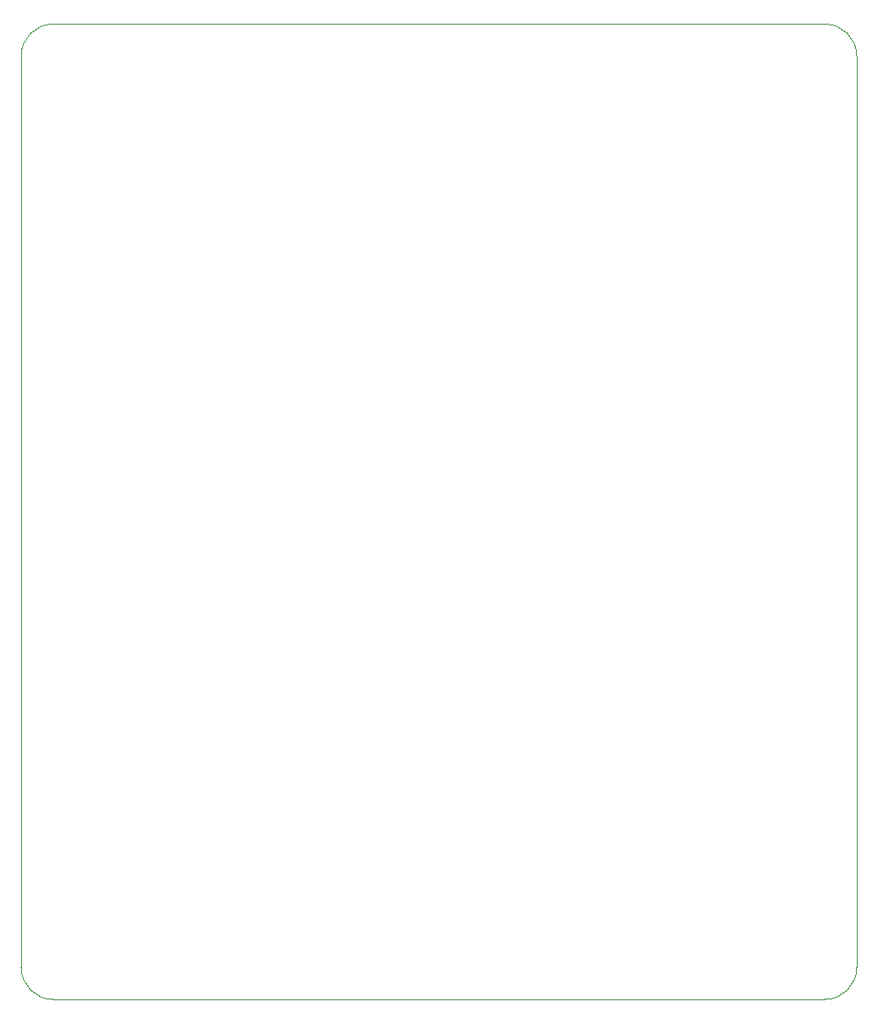
<source format=gm1>
G04 #@! TF.GenerationSoftware,KiCad,Pcbnew,7.0.11*
G04 #@! TF.CreationDate,2024-09-20T17:57:02+02:00*
G04 #@! TF.ProjectId,macropad,6d616372-6f70-4616-942e-6b696361645f,rev?*
G04 #@! TF.SameCoordinates,Original*
G04 #@! TF.FileFunction,Profile,NP*
%FSLAX46Y46*%
G04 Gerber Fmt 4.6, Leading zero omitted, Abs format (unit mm)*
G04 Created by KiCad (PCBNEW 7.0.11) date 2024-09-20 17:57:02*
%MOMM*%
%LPD*%
G01*
G04 APERTURE LIST*
G04 #@! TA.AperFunction,Profile*
%ADD10C,0.050000*%
G04 #@! TD*
G04 APERTURE END LIST*
D10*
X123801329Y-147037500D02*
X200931250Y-147037500D01*
X123801329Y-49711029D02*
G75*
G03*
X120626329Y-52886050I71J-3175071D01*
G01*
X204106250Y-143862500D02*
X204106250Y-52886050D01*
X120626400Y-143862500D02*
G75*
G03*
X123801329Y-147037500I3174900J-100D01*
G01*
X120626329Y-52886050D02*
X120626329Y-143862500D01*
X204106250Y-52886050D02*
G75*
G03*
X200931250Y-49711050I-3175050J-50D01*
G01*
X200931250Y-49711050D02*
X123801329Y-49711050D01*
X200931250Y-147037550D02*
G75*
G03*
X204106250Y-143862500I-150J3175150D01*
G01*
M02*

</source>
